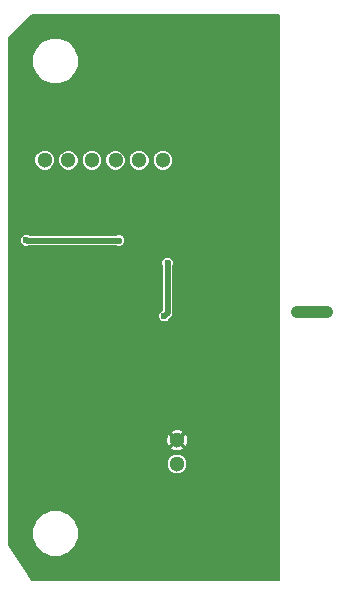
<source format=gbl>
%FSLAX45Y45*%
G04 Gerber Fmt 4.5, Leading zero omitted, Abs format (unit mm)*
G04 Created by KiCad (PCBNEW (2014-09-17 BZR 5140)-product) date Sun 28 Sep 2014 11:54:50 PM EDT*
%MOMM*%
G01*
G04 APERTURE LIST*
%ADD10C,0.100000*%
%ADD11C,1.300000*%
%ADD12C,0.600000*%
%ADD13C,0.500000*%
%ADD14C,1.000000*%
%ADD15C,0.150000*%
G04 APERTURE END LIST*
D10*
D11*
X17130000Y-9710000D03*
X17130000Y-9910000D03*
X16410000Y-7340000D03*
X16210000Y-7340000D03*
X16010000Y-7340000D03*
X16610000Y-7340000D03*
X16810000Y-7340000D03*
X17010000Y-7340000D03*
D12*
X17800000Y-10850000D03*
X17600000Y-10850000D03*
X17590000Y-8250000D03*
X17950000Y-10630000D03*
X16090000Y-9290000D03*
X16620000Y-9200000D03*
X17960000Y-8770000D03*
X17960000Y-9030000D03*
X17960000Y-9300000D03*
X16790000Y-8140000D03*
X17650000Y-10250000D03*
X17950000Y-10400000D03*
X17950000Y-10850000D03*
X17400000Y-10850000D03*
X17200000Y-10850000D03*
X17000000Y-10850000D03*
X16800000Y-10850000D03*
X16550000Y-10850000D03*
X16550000Y-10550000D03*
X16400000Y-10200000D03*
X16000000Y-10100000D03*
X15750000Y-10100000D03*
X15750000Y-9850000D03*
X15750000Y-9600000D03*
X15750000Y-9350000D03*
X15750000Y-9100000D03*
X15750000Y-8850000D03*
X15750000Y-8650000D03*
X15750000Y-8450000D03*
X15750000Y-8250000D03*
X15750000Y-8050000D03*
X15750000Y-7850000D03*
X15750000Y-7650000D03*
X15750000Y-7400000D03*
X15750000Y-7150000D03*
X15900000Y-6950000D03*
X16300000Y-6900000D03*
X16500000Y-6700000D03*
X16550000Y-6400000D03*
X16450000Y-6150000D03*
X16700000Y-6150000D03*
X16950000Y-6150000D03*
X17200000Y-6150000D03*
X17450000Y-6150000D03*
X17700000Y-6150000D03*
X17950000Y-6150000D03*
X17950000Y-6350000D03*
X17950000Y-6600000D03*
X17950000Y-6850000D03*
X17950000Y-7100000D03*
X17950000Y-7350000D03*
X17940000Y-7600000D03*
X17940000Y-7930000D03*
X17940000Y-8260000D03*
X17320000Y-7880000D03*
X17610000Y-9510000D03*
X17170000Y-9270000D03*
X16490000Y-8640000D03*
X16310000Y-8640000D03*
X16490000Y-8460000D03*
X16310000Y-8460000D03*
X15853800Y-8017359D03*
X16640000Y-8020000D03*
X17020000Y-8660000D03*
X17050000Y-8210000D03*
X18150000Y-8620000D03*
X18400000Y-8625000D03*
D13*
X16640000Y-8020000D02*
X15856441Y-8020000D01*
X15856441Y-8020000D02*
X15853800Y-8017359D01*
X17020000Y-8660000D02*
X17050000Y-8630000D01*
X17050000Y-8630000D02*
X17050000Y-8210000D01*
D14*
X18400000Y-8625000D02*
X18395000Y-8620000D01*
X18395000Y-8620000D02*
X18150000Y-8620000D01*
D15*
G36*
X17992500Y-10892500D02*
X17223167Y-10892500D01*
X17223167Y-9724654D01*
X17221683Y-9687885D01*
X17210467Y-9660808D01*
X17196903Y-9653704D01*
X17186296Y-9664310D01*
X17186296Y-9643097D01*
X17179192Y-9629533D01*
X17144654Y-9616833D01*
X17107885Y-9618317D01*
X17102509Y-9620544D01*
X17102509Y-8199603D01*
X17097515Y-8187516D01*
X17097515Y-7322671D01*
X17084222Y-7290500D01*
X17059630Y-7265864D01*
X17027481Y-7252515D01*
X16992672Y-7252485D01*
X16960500Y-7265778D01*
X16935864Y-7290370D01*
X16922515Y-7322519D01*
X16922485Y-7357328D01*
X16935778Y-7389500D01*
X16960371Y-7414136D01*
X16992519Y-7427485D01*
X17027329Y-7427515D01*
X17059500Y-7414222D01*
X17084136Y-7389629D01*
X17097485Y-7357481D01*
X17097515Y-7322671D01*
X17097515Y-8187516D01*
X17094533Y-8180300D01*
X17079778Y-8165519D01*
X17060489Y-8157509D01*
X17039603Y-8157491D01*
X17020300Y-8165467D01*
X17005519Y-8180222D01*
X16997509Y-8199511D01*
X16997491Y-8220397D01*
X17002500Y-8232520D01*
X17002500Y-8610325D01*
X17002328Y-8610497D01*
X16990300Y-8615467D01*
X16975519Y-8630222D01*
X16967509Y-8649511D01*
X16967491Y-8670397D01*
X16975467Y-8689700D01*
X16990222Y-8704481D01*
X17009511Y-8712491D01*
X17030397Y-8712509D01*
X17049700Y-8704533D01*
X17064481Y-8689778D01*
X17069512Y-8677664D01*
X17083588Y-8663588D01*
X17093884Y-8648178D01*
X17097500Y-8630000D01*
X17097500Y-8232508D01*
X17102491Y-8220489D01*
X17102509Y-8199603D01*
X17102509Y-9620544D01*
X17080808Y-9629533D01*
X17073704Y-9643097D01*
X17130000Y-9699393D01*
X17186296Y-9643097D01*
X17186296Y-9664310D01*
X17140607Y-9710000D01*
X17196903Y-9766296D01*
X17210467Y-9759192D01*
X17223167Y-9724654D01*
X17223167Y-10892500D01*
X17217515Y-10892500D01*
X17217515Y-9892672D01*
X17204222Y-9860500D01*
X17186296Y-9842543D01*
X17186296Y-9776903D01*
X17130000Y-9720607D01*
X17119393Y-9731213D01*
X17119393Y-9710000D01*
X17063097Y-9653704D01*
X17049533Y-9660808D01*
X17036833Y-9695346D01*
X17038317Y-9732115D01*
X17049533Y-9759192D01*
X17063097Y-9766296D01*
X17119393Y-9710000D01*
X17119393Y-9731213D01*
X17073704Y-9776903D01*
X17080808Y-9790467D01*
X17115346Y-9803167D01*
X17152115Y-9801683D01*
X17179192Y-9790467D01*
X17186296Y-9776903D01*
X17186296Y-9842543D01*
X17179630Y-9835864D01*
X17147481Y-9822515D01*
X17112672Y-9822485D01*
X17080500Y-9835778D01*
X17055864Y-9860371D01*
X17042515Y-9892519D01*
X17042485Y-9927329D01*
X17055778Y-9959500D01*
X17080371Y-9984136D01*
X17112519Y-9997485D01*
X17147329Y-9997515D01*
X17179500Y-9984222D01*
X17204136Y-9959630D01*
X17217485Y-9927481D01*
X17217515Y-9892672D01*
X17217515Y-10892500D01*
X16897515Y-10892500D01*
X16897515Y-7322671D01*
X16884222Y-7290500D01*
X16859630Y-7265864D01*
X16827481Y-7252515D01*
X16792672Y-7252485D01*
X16760500Y-7265778D01*
X16735864Y-7290370D01*
X16722515Y-7322519D01*
X16722485Y-7357328D01*
X16735778Y-7389500D01*
X16760370Y-7414136D01*
X16792519Y-7427485D01*
X16827329Y-7427515D01*
X16859500Y-7414222D01*
X16884136Y-7389629D01*
X16897485Y-7357481D01*
X16897515Y-7322671D01*
X16897515Y-10892500D01*
X16697515Y-10892500D01*
X16697515Y-7322671D01*
X16684222Y-7290500D01*
X16659629Y-7265864D01*
X16627481Y-7252515D01*
X16592671Y-7252485D01*
X16560500Y-7265778D01*
X16535864Y-7290370D01*
X16522515Y-7322519D01*
X16522485Y-7357328D01*
X16535778Y-7389500D01*
X16560370Y-7414136D01*
X16592519Y-7427485D01*
X16627328Y-7427515D01*
X16659500Y-7414222D01*
X16684136Y-7389629D01*
X16697485Y-7357481D01*
X16697515Y-7322671D01*
X16697515Y-10892500D01*
X16692509Y-10892500D01*
X16692509Y-8009603D01*
X16684533Y-7990300D01*
X16669778Y-7975519D01*
X16650489Y-7967509D01*
X16629603Y-7967491D01*
X16617480Y-7972500D01*
X16497515Y-7972500D01*
X16497515Y-7322671D01*
X16484222Y-7290500D01*
X16459629Y-7265864D01*
X16427481Y-7252515D01*
X16392671Y-7252485D01*
X16360500Y-7265778D01*
X16335864Y-7290370D01*
X16322515Y-7322519D01*
X16322485Y-7357328D01*
X16335778Y-7389500D01*
X16360370Y-7414136D01*
X16392519Y-7427485D01*
X16427328Y-7427515D01*
X16459500Y-7414222D01*
X16484136Y-7389629D01*
X16497485Y-7357481D01*
X16497515Y-7322671D01*
X16497515Y-7972500D01*
X16297540Y-7972500D01*
X16297540Y-6460886D01*
X16267535Y-6388268D01*
X16212024Y-6332660D01*
X16139459Y-6302528D01*
X16060886Y-6302460D01*
X15988268Y-6332465D01*
X15932660Y-6387976D01*
X15902528Y-6460541D01*
X15902460Y-6539114D01*
X15932465Y-6611732D01*
X15987976Y-6667340D01*
X16060541Y-6697472D01*
X16139114Y-6697540D01*
X16211732Y-6667535D01*
X16267340Y-6612024D01*
X16297472Y-6539459D01*
X16297540Y-6460886D01*
X16297540Y-7972500D01*
X16297515Y-7972500D01*
X16297515Y-7322671D01*
X16284222Y-7290500D01*
X16259629Y-7265864D01*
X16227481Y-7252515D01*
X16192671Y-7252485D01*
X16160500Y-7265778D01*
X16135864Y-7290370D01*
X16122515Y-7322519D01*
X16122485Y-7357328D01*
X16135778Y-7389500D01*
X16160370Y-7414136D01*
X16192519Y-7427485D01*
X16227328Y-7427515D01*
X16259500Y-7414222D01*
X16284136Y-7389629D01*
X16297485Y-7357481D01*
X16297515Y-7322671D01*
X16297515Y-7972500D01*
X16097515Y-7972500D01*
X16097515Y-7322671D01*
X16084222Y-7290500D01*
X16059629Y-7265864D01*
X16027481Y-7252515D01*
X15992671Y-7252485D01*
X15960500Y-7265778D01*
X15935864Y-7290370D01*
X15922515Y-7322519D01*
X15922485Y-7357328D01*
X15935778Y-7389500D01*
X15960370Y-7414136D01*
X15992519Y-7427485D01*
X16027328Y-7427515D01*
X16059500Y-7414222D01*
X16084136Y-7389629D01*
X16097485Y-7357481D01*
X16097515Y-7322671D01*
X16097515Y-7972500D01*
X15882668Y-7972500D01*
X15864289Y-7964868D01*
X15843403Y-7964850D01*
X15824100Y-7972826D01*
X15809319Y-7987581D01*
X15801309Y-8006870D01*
X15801291Y-8027756D01*
X15809267Y-8047059D01*
X15824022Y-8061840D01*
X15843311Y-8069850D01*
X15864197Y-8069868D01*
X15869928Y-8067500D01*
X16617492Y-8067500D01*
X16629511Y-8072491D01*
X16650397Y-8072509D01*
X16669700Y-8064533D01*
X16684481Y-8049778D01*
X16692491Y-8030489D01*
X16692509Y-8009603D01*
X16692509Y-10892500D01*
X16297540Y-10892500D01*
X16297540Y-10460886D01*
X16267535Y-10388268D01*
X16212024Y-10332660D01*
X16139459Y-10302528D01*
X16060886Y-10302460D01*
X15988268Y-10332465D01*
X15932660Y-10387976D01*
X15902528Y-10460541D01*
X15902460Y-10539114D01*
X15932465Y-10611732D01*
X15987976Y-10667340D01*
X16060541Y-10697472D01*
X16139114Y-10697540D01*
X16211732Y-10667535D01*
X16267340Y-10612024D01*
X16297472Y-10539459D01*
X16297540Y-10460886D01*
X16297540Y-10892500D01*
X15904014Y-10892500D01*
X15707500Y-10597729D01*
X15707500Y-6303107D01*
X15903107Y-6107500D01*
X17992500Y-6107500D01*
X17992500Y-10892500D01*
X17992500Y-10892500D01*
G37*
X17992500Y-10892500D02*
X17223167Y-10892500D01*
X17223167Y-9724654D01*
X17221683Y-9687885D01*
X17210467Y-9660808D01*
X17196903Y-9653704D01*
X17186296Y-9664310D01*
X17186296Y-9643097D01*
X17179192Y-9629533D01*
X17144654Y-9616833D01*
X17107885Y-9618317D01*
X17102509Y-9620544D01*
X17102509Y-8199603D01*
X17097515Y-8187516D01*
X17097515Y-7322671D01*
X17084222Y-7290500D01*
X17059630Y-7265864D01*
X17027481Y-7252515D01*
X16992672Y-7252485D01*
X16960500Y-7265778D01*
X16935864Y-7290370D01*
X16922515Y-7322519D01*
X16922485Y-7357328D01*
X16935778Y-7389500D01*
X16960371Y-7414136D01*
X16992519Y-7427485D01*
X17027329Y-7427515D01*
X17059500Y-7414222D01*
X17084136Y-7389629D01*
X17097485Y-7357481D01*
X17097515Y-7322671D01*
X17097515Y-8187516D01*
X17094533Y-8180300D01*
X17079778Y-8165519D01*
X17060489Y-8157509D01*
X17039603Y-8157491D01*
X17020300Y-8165467D01*
X17005519Y-8180222D01*
X16997509Y-8199511D01*
X16997491Y-8220397D01*
X17002500Y-8232520D01*
X17002500Y-8610325D01*
X17002328Y-8610497D01*
X16990300Y-8615467D01*
X16975519Y-8630222D01*
X16967509Y-8649511D01*
X16967491Y-8670397D01*
X16975467Y-8689700D01*
X16990222Y-8704481D01*
X17009511Y-8712491D01*
X17030397Y-8712509D01*
X17049700Y-8704533D01*
X17064481Y-8689778D01*
X17069512Y-8677664D01*
X17083588Y-8663588D01*
X17093884Y-8648178D01*
X17097500Y-8630000D01*
X17097500Y-8232508D01*
X17102491Y-8220489D01*
X17102509Y-8199603D01*
X17102509Y-9620544D01*
X17080808Y-9629533D01*
X17073704Y-9643097D01*
X17130000Y-9699393D01*
X17186296Y-9643097D01*
X17186296Y-9664310D01*
X17140607Y-9710000D01*
X17196903Y-9766296D01*
X17210467Y-9759192D01*
X17223167Y-9724654D01*
X17223167Y-10892500D01*
X17217515Y-10892500D01*
X17217515Y-9892672D01*
X17204222Y-9860500D01*
X17186296Y-9842543D01*
X17186296Y-9776903D01*
X17130000Y-9720607D01*
X17119393Y-9731213D01*
X17119393Y-9710000D01*
X17063097Y-9653704D01*
X17049533Y-9660808D01*
X17036833Y-9695346D01*
X17038317Y-9732115D01*
X17049533Y-9759192D01*
X17063097Y-9766296D01*
X17119393Y-9710000D01*
X17119393Y-9731213D01*
X17073704Y-9776903D01*
X17080808Y-9790467D01*
X17115346Y-9803167D01*
X17152115Y-9801683D01*
X17179192Y-9790467D01*
X17186296Y-9776903D01*
X17186296Y-9842543D01*
X17179630Y-9835864D01*
X17147481Y-9822515D01*
X17112672Y-9822485D01*
X17080500Y-9835778D01*
X17055864Y-9860371D01*
X17042515Y-9892519D01*
X17042485Y-9927329D01*
X17055778Y-9959500D01*
X17080371Y-9984136D01*
X17112519Y-9997485D01*
X17147329Y-9997515D01*
X17179500Y-9984222D01*
X17204136Y-9959630D01*
X17217485Y-9927481D01*
X17217515Y-9892672D01*
X17217515Y-10892500D01*
X16897515Y-10892500D01*
X16897515Y-7322671D01*
X16884222Y-7290500D01*
X16859630Y-7265864D01*
X16827481Y-7252515D01*
X16792672Y-7252485D01*
X16760500Y-7265778D01*
X16735864Y-7290370D01*
X16722515Y-7322519D01*
X16722485Y-7357328D01*
X16735778Y-7389500D01*
X16760370Y-7414136D01*
X16792519Y-7427485D01*
X16827329Y-7427515D01*
X16859500Y-7414222D01*
X16884136Y-7389629D01*
X16897485Y-7357481D01*
X16897515Y-7322671D01*
X16897515Y-10892500D01*
X16697515Y-10892500D01*
X16697515Y-7322671D01*
X16684222Y-7290500D01*
X16659629Y-7265864D01*
X16627481Y-7252515D01*
X16592671Y-7252485D01*
X16560500Y-7265778D01*
X16535864Y-7290370D01*
X16522515Y-7322519D01*
X16522485Y-7357328D01*
X16535778Y-7389500D01*
X16560370Y-7414136D01*
X16592519Y-7427485D01*
X16627328Y-7427515D01*
X16659500Y-7414222D01*
X16684136Y-7389629D01*
X16697485Y-7357481D01*
X16697515Y-7322671D01*
X16697515Y-10892500D01*
X16692509Y-10892500D01*
X16692509Y-8009603D01*
X16684533Y-7990300D01*
X16669778Y-7975519D01*
X16650489Y-7967509D01*
X16629603Y-7967491D01*
X16617480Y-7972500D01*
X16497515Y-7972500D01*
X16497515Y-7322671D01*
X16484222Y-7290500D01*
X16459629Y-7265864D01*
X16427481Y-7252515D01*
X16392671Y-7252485D01*
X16360500Y-7265778D01*
X16335864Y-7290370D01*
X16322515Y-7322519D01*
X16322485Y-7357328D01*
X16335778Y-7389500D01*
X16360370Y-7414136D01*
X16392519Y-7427485D01*
X16427328Y-7427515D01*
X16459500Y-7414222D01*
X16484136Y-7389629D01*
X16497485Y-7357481D01*
X16497515Y-7322671D01*
X16497515Y-7972500D01*
X16297540Y-7972500D01*
X16297540Y-6460886D01*
X16267535Y-6388268D01*
X16212024Y-6332660D01*
X16139459Y-6302528D01*
X16060886Y-6302460D01*
X15988268Y-6332465D01*
X15932660Y-6387976D01*
X15902528Y-6460541D01*
X15902460Y-6539114D01*
X15932465Y-6611732D01*
X15987976Y-6667340D01*
X16060541Y-6697472D01*
X16139114Y-6697540D01*
X16211732Y-6667535D01*
X16267340Y-6612024D01*
X16297472Y-6539459D01*
X16297540Y-6460886D01*
X16297540Y-7972500D01*
X16297515Y-7972500D01*
X16297515Y-7322671D01*
X16284222Y-7290500D01*
X16259629Y-7265864D01*
X16227481Y-7252515D01*
X16192671Y-7252485D01*
X16160500Y-7265778D01*
X16135864Y-7290370D01*
X16122515Y-7322519D01*
X16122485Y-7357328D01*
X16135778Y-7389500D01*
X16160370Y-7414136D01*
X16192519Y-7427485D01*
X16227328Y-7427515D01*
X16259500Y-7414222D01*
X16284136Y-7389629D01*
X16297485Y-7357481D01*
X16297515Y-7322671D01*
X16297515Y-7972500D01*
X16097515Y-7972500D01*
X16097515Y-7322671D01*
X16084222Y-7290500D01*
X16059629Y-7265864D01*
X16027481Y-7252515D01*
X15992671Y-7252485D01*
X15960500Y-7265778D01*
X15935864Y-7290370D01*
X15922515Y-7322519D01*
X15922485Y-7357328D01*
X15935778Y-7389500D01*
X15960370Y-7414136D01*
X15992519Y-7427485D01*
X16027328Y-7427515D01*
X16059500Y-7414222D01*
X16084136Y-7389629D01*
X16097485Y-7357481D01*
X16097515Y-7322671D01*
X16097515Y-7972500D01*
X15882668Y-7972500D01*
X15864289Y-7964868D01*
X15843403Y-7964850D01*
X15824100Y-7972826D01*
X15809319Y-7987581D01*
X15801309Y-8006870D01*
X15801291Y-8027756D01*
X15809267Y-8047059D01*
X15824022Y-8061840D01*
X15843311Y-8069850D01*
X15864197Y-8069868D01*
X15869928Y-8067500D01*
X16617492Y-8067500D01*
X16629511Y-8072491D01*
X16650397Y-8072509D01*
X16669700Y-8064533D01*
X16684481Y-8049778D01*
X16692491Y-8030489D01*
X16692509Y-8009603D01*
X16692509Y-10892500D01*
X16297540Y-10892500D01*
X16297540Y-10460886D01*
X16267535Y-10388268D01*
X16212024Y-10332660D01*
X16139459Y-10302528D01*
X16060886Y-10302460D01*
X15988268Y-10332465D01*
X15932660Y-10387976D01*
X15902528Y-10460541D01*
X15902460Y-10539114D01*
X15932465Y-10611732D01*
X15987976Y-10667340D01*
X16060541Y-10697472D01*
X16139114Y-10697540D01*
X16211732Y-10667535D01*
X16267340Y-10612024D01*
X16297472Y-10539459D01*
X16297540Y-10460886D01*
X16297540Y-10892500D01*
X15904014Y-10892500D01*
X15707500Y-10597729D01*
X15707500Y-6303107D01*
X15903107Y-6107500D01*
X17992500Y-6107500D01*
X17992500Y-10892500D01*
M02*

</source>
